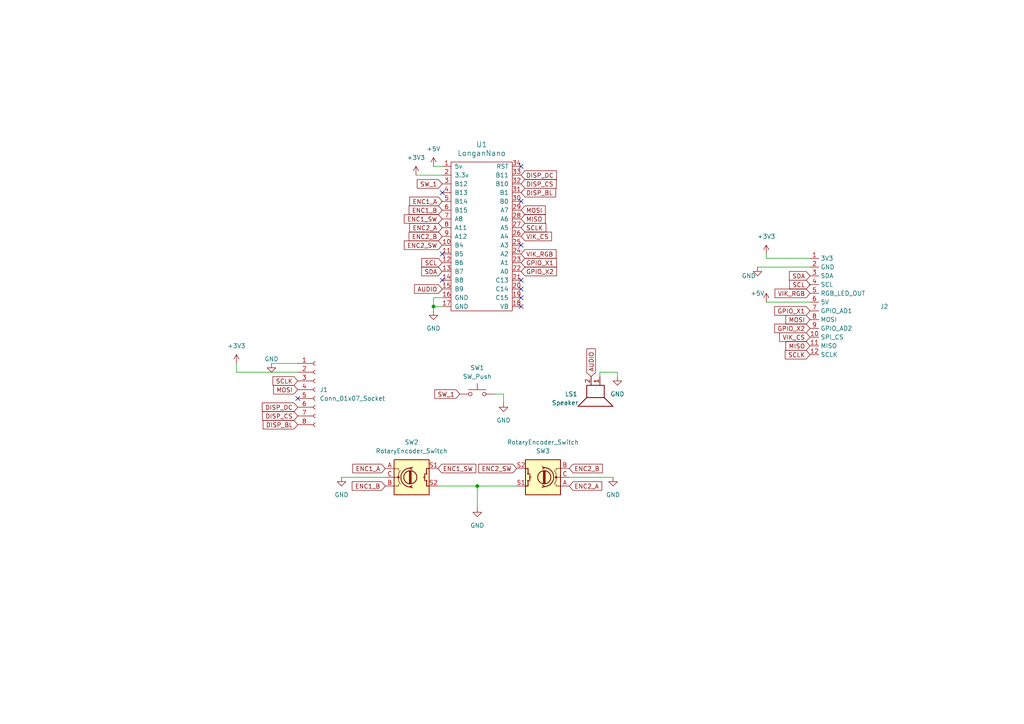
<source format=kicad_sch>
(kicad_sch (version 20230121) (generator eeschema)
  (paper "A4")
  (lib_symbols
    (symbol "Connector:Conn_01x08_Socket" (pin_names (offset 1.016) hide)
      (property "Reference" "J" (at 0 10.16 0))
      (property "Value" "Conn_01x08_Socket" (at 0 -12.7 0))
      (symbol "Conn_01x08_Socket_1_1"
        (arc (start 0 -9.652) (mid -0.5058 -10.16) (end 0 -10.668) (stroke (width 0.1524)))
        (arc (start 0 -7.112) (mid -0.5058 -7.62) (end 0 -8.128) (stroke (width 0.1524)))
        (arc (start 0 -4.572) (mid -0.5058 -5.08) (end 0 -5.588) (stroke (width 0.1524)))
        (arc (start 0 -2.032) (mid -0.5058 -2.54) (end 0 -3.048) (stroke (width 0.1524)))
        (polyline (pts (xy -1.27 -10.16) (xy -0.508 -10.16)) (stroke (width 0.1524)))
        (polyline (pts (xy -1.27 -7.62) (xy -0.508 -7.62)) (stroke (width 0.1524)))
        (polyline (pts (xy -1.27 -5.08) (xy -0.508 -5.08)) (stroke (width 0.1524)))
        (polyline (pts (xy -1.27 -2.54) (xy -0.508 -2.54)) (stroke (width 0.1524)))
        (polyline (pts (xy -1.27 0) (xy -0.508 0)) (stroke (width 0.1524)))
        (polyline (pts (xy -1.27 2.54) (xy -0.508 2.54)) (stroke (width 0.1524)))
        (polyline (pts (xy -1.27 5.08) (xy -0.508 5.08)) (stroke (width 0.1524)))
        (polyline (pts (xy -1.27 7.62) (xy -0.508 7.62)) (stroke (width 0.1524)))
        (arc (start 0 0.508) (mid -0.5058 0) (end 0 -0.508) (stroke (width 0.1524)))
        (arc (start 0 3.048) (mid -0.5058 2.54) (end 0 2.032) (stroke (width 0.1524)))
        (arc (start 0 5.588) (mid -0.5058 5.08) (end 0 4.572) (stroke (width 0.1524)))
        (arc (start 0 8.128) (mid -0.5058 7.62) (end 0 7.112) (stroke (width 0.1524)))
        (pin passive line (at -5.08 7.62 0) (length 3.81) (name "Pin_1") (number "1"))
        (pin passive line (at -5.08 5.08 0) (length 3.81) (name "Pin_2") (number "2"))
        (pin passive line (at -5.08 2.54 0) (length 3.81) (name "Pin_3") (number "3"))
        (pin passive line (at -5.08 0 0) (length 3.81) (name "Pin_4") (number "4"))
        (pin passive line (at -5.08 -2.54 0) (length 3.81) (name "Pin_5") (number "5"))
        (pin passive line (at -5.08 -5.08 0) (length 3.81) (name "Pin_6") (number "6"))
        (pin passive line (at -5.08 -7.62 0) (length 3.81) (name "Pin_7") (number "7"))
        (pin passive line (at -5.08 -10.16 0) (length 3.81) (name "Pin_8") (number "8"))
      )
    )
    (symbol "Device:RotaryEncoder_Switch" (pin_names (offset 0.254) hide)
      (property "Reference" "SW" (at 0 6.604 0))
      (property "Value" "RotaryEncoder_Switch" (at 0 -6.604 0))
      (symbol "RotaryEncoder_Switch_0_1"
        (rectangle (start -5.08 5.08) (end 5.08 -5.08) (stroke (width 0.254)) (fill (type background)))
        (circle (center -3.81 0) (radius 0.254) (fill (type outline)))
        (circle (center -0.381 0) (radius 1.905) (stroke (width 0.254)))
        (arc (start -0.381 2.667) (mid -3.0988 -0.0635) (end -0.381 -2.794) (stroke (width 0.254)))
        (polyline (pts (xy -0.635 -1.778) (xy -0.635 1.778)) (stroke (width 0.254)))
        (polyline (pts (xy -0.381 -1.778) (xy -0.381 1.778)) (stroke (width 0.254)))
        (polyline (pts (xy -0.127 1.778) (xy -0.127 -1.778)) (stroke (width 0.254)))
        (polyline (pts (xy 3.81 0) (xy 3.429 0)) (stroke (width 0.254)))
        (polyline (pts (xy 3.81 1.016) (xy 3.81 -1.016)) (stroke (width 0.254)))
        (polyline (pts (xy -5.08 -2.54) (xy -3.81 -2.54) (xy -3.81 -2.032)))
        (polyline (pts (xy -5.08 2.54) (xy -3.81 2.54) (xy -3.81 2.032)))
        (polyline (pts (xy 0.254 -3.048) (xy -0.508 -2.794) (xy 0.127 -2.413)) (stroke (width 0.254)))
        (polyline (pts (xy 0.254 2.921) (xy -0.508 2.667) (xy 0.127 2.286)) (stroke (width 0.254)))
        (polyline (pts (xy 5.08 -2.54) (xy 4.318 -2.54) (xy 4.318 -1.016)) (stroke (width 0.254)))
        (polyline (pts (xy 5.08 2.54) (xy 4.318 2.54) (xy 4.318 1.016)) (stroke (width 0.254)))
        (polyline (pts (xy -5.08 0) (xy -3.81 0) (xy -3.81 -1.016) (xy -3.302 -2.032)))
        (polyline (pts (xy -4.318 0) (xy -3.81 0) (xy -3.81 1.016) (xy -3.302 2.032)))
        (circle (center 4.318 -1.016) (radius 0.127) (stroke (width 0.254)))
        (circle (center 4.318 1.016) (radius 0.127) (stroke (width 0.254)))
      )
      (symbol "RotaryEncoder_Switch_1_1"
        (pin passive line (at -7.62 2.54 0) (length 2.54) (name "A") (number "A"))
        (pin passive line (at -7.62 -2.54 0) (length 2.54) (name "B") (number "B"))
        (pin passive line (at -7.62 0 0) (length 2.54) (name "C") (number "C"))
        (pin passive line (at 7.62 2.54 180) (length 2.54) (name "S1") (number "S1"))
        (pin passive line (at 7.62 -2.54 180) (length 2.54) (name "S2") (number "S2"))
      )
    )
    (symbol "Device:Speaker" (pin_names (offset 0) hide)
      (property "Reference" "LS" (at 1.27 5.715 0))
      (property "Value" "Speaker" (at 1.27 3.81 0))
      (symbol "Speaker_0_0"
        (rectangle (start -2.54 1.27) (end 1.016 -3.81) (stroke (width 0.254)))
        (polyline (pts (xy 1.016 1.27) (xy 3.556 3.81) (xy 3.556 -6.35) (xy 1.016 -3.81)) (stroke (width 0.254)))
      )
      (symbol "Speaker_1_1"
        (pin input line (at -5.08 0 0) (length 2.54) (name "1") (number "1"))
        (pin input line (at -5.08 -2.54 0) (length 2.54) (name "2") (number "2"))
      )
    )
    (symbol "Switch:SW_Push" (pin_numbers hide) (pin_names (offset 1.016) hide)
      (property "Reference" "SW" (at 1.27 2.54 0))
      (property "Value" "SW_Push" (at 0 -1.524 0))
      (symbol "SW_Push_0_1"
        (circle (center -2.032 0) (radius 0.508))
        (polyline (pts (xy 0 1.27) (xy 0 3.048)))
        (polyline (pts (xy 2.54 1.27) (xy -2.54 1.27)))
        (circle (center 2.032 0) (radius 0.508))
        (pin passive line (at -5.08 0 0) (length 2.54) (name "1") (number "1"))
        (pin passive line (at 5.08 0 180) (length 2.54) (name "2") (number "2"))
      )
    )
    (symbol "power:+3V3" (power) (pin_names (offset 0))
      (property "Value" "+3V3" (at 0 3.556 0))
      (symbol "+3V3_0_1"
        (polyline (pts (xy -0.762 1.27) (xy 0 2.54)))
        (polyline (pts (xy 0 0) (xy 0 2.54)))
        (polyline (pts (xy 0 2.54) (xy 0.762 1.27)))
      )
      (symbol "+3V3_1_1"
        (pin power_in line (at 0 0 90) (length 0) hide (name "+3V3") (number "1"))
      )
    )
    (symbol "power:+5V" (power) (pin_names (offset 0))
      (property "Value" "+5V" (at 0 3.556 0))
      (symbol "+5V_0_1"
        (polyline (pts (xy -0.762 1.27) (xy 0 2.54)))
        (polyline (pts (xy 0 0) (xy 0 2.54)))
        (polyline (pts (xy 0 2.54) (xy 0.762 1.27)))
      )
      (symbol "+5V_1_1"
        (pin power_in line (at 0 0 90) (length 0) hide (name "+5V") (number "1"))
      )
    )
    (symbol "power:GND" (power) (pin_names (offset 0))
      (property "Value" "GND" (at 0 -3.81 0))
      (symbol "GND_0_1"
        (polyline (pts (xy 0 0) (xy 0 -1.27) (xy 1.27 -1.27) (xy 0 -2.54) (xy -1.27 -1.27) (xy 0 -1.27)))
      )
      (symbol "GND_1_1"
        (pin power_in line (at 0 0 270) (length 0) hide (name "GND") (number "1"))
      )
    )
    (symbol "vik:vik-keyboard-connector"
      (property "Reference" "J" (at 0 17.78 0))
      (symbol "vik-keyboard-connector_1_1"
        (pin power_out line (at 0 13.97 0) (length 2.54) (name "3V3") (number "1"))
        (pin output line (at 0 -8.89 0) (length 2.54) (name "SPI_CS") (number "10"))
        (pin output line (at 0 -11.43 0) (length 2.54) (name "MISO") (number "11"))
        (pin output line (at 0 -13.97 0) (length 2.54) (name "SCLK") (number "12"))
        (pin power_out line (at 0 11.43 0) (length 2.54) (name "GND") (number "2"))
        (pin output line (at 0 8.89 0) (length 2.54) (name "SDA") (number "3"))
        (pin output line (at 0 6.35 0) (length 2.54) (name "SCL") (number "4"))
        (pin output line (at 0 3.81 0) (length 2.54) (name "RGB_LED_OUT") (number "5"))
        (pin power_out line (at 0 1.27 0) (length 2.54) (name "5V") (number "6"))
        (pin output line (at 0 -1.27 0) (length 2.54) (name "GPIO_AD1") (number "7"))
        (pin output line (at 0 -3.81 0) (length 2.54) (name "MOSI") (number "8"))
        (pin output line (at 0 -6.35 0) (length 2.54) (name "GPIO_AD2") (number "9"))
      )
    )
    (symbol "ws2812b:Longan_Nano" (pin_names (offset 1.016))
      (property "Reference" "U" (at 0 25.4 0))
      (property "Value" "Longan_Nano" (at 0 -21.59 0))
      (symbol "Longan_Nano_0_1"
        (rectangle (start -8.89 22.86) (end 8.89 -20.32))
      )
      (symbol "Longan_Nano_1_1"
        (pin output line (at -11.43 21.59 0) (length 2.54) (name "5v") (number "1"))
        (pin bidirectional line (at -11.43 -1.27 0) (length 2.54) (name "B4") (number "10"))
        (pin bidirectional line (at -11.43 -3.81 0) (length 2.54) (name "B5") (number "11"))
        (pin bidirectional line (at -11.43 -6.35 0) (length 2.54) (name "B6") (number "12"))
        (pin bidirectional line (at -11.43 -8.89 0) (length 2.54) (name "B7") (number "13"))
        (pin bidirectional line (at -11.43 -11.43 0) (length 2.54) (name "B8") (number "14"))
        (pin bidirectional line (at -11.43 -13.97 0) (length 2.54) (name "B9") (number "15"))
        (pin output line (at -11.43 -16.51 0) (length 2.54) (name "GND") (number "16"))
        (pin output line (at -11.43 -19.05 0) (length 2.54) (name "GND") (number "17"))
        (pin unspecified line (at 11.43 -19.05 180) (length 2.54) (name "VB") (number "18"))
        (pin bidirectional line (at 11.43 -16.51 180) (length 2.54) (name "C15") (number "19"))
        (pin output line (at -11.43 19.05 0) (length 2.54) (name "3.3v") (number "2"))
        (pin bidirectional line (at 11.43 -13.97 180) (length 2.54) (name "C14") (number "20"))
        (pin bidirectional line (at 11.43 -11.43 180) (length 2.54) (name "C13") (number "21"))
        (pin bidirectional line (at 11.43 -8.89 180) (length 2.54) (name "A0") (number "22"))
        (pin bidirectional line (at 11.43 -6.35 180) (length 2.54) (name "A1") (number "23"))
        (pin bidirectional line (at 11.43 -3.81 180) (length 2.54) (name "A2") (number "24"))
        (pin bidirectional line (at 11.43 -1.27 180) (length 2.54) (name "A3") (number "25"))
        (pin bidirectional line (at 11.43 1.27 180) (length 2.54) (name "A4") (number "26"))
        (pin bidirectional line (at 11.43 3.81 180) (length 2.54) (name "A5") (number "27"))
        (pin bidirectional line (at 11.43 6.35 180) (length 2.54) (name "A6") (number "28"))
        (pin bidirectional line (at 11.43 8.89 180) (length 2.54) (name "A7") (number "29"))
        (pin bidirectional line (at -11.43 16.51 0) (length 2.54) (name "B12") (number "3"))
        (pin bidirectional line (at 11.43 11.43 180) (length 2.54) (name "B0") (number "30"))
        (pin bidirectional line (at 11.43 13.97 180) (length 2.54) (name "B1") (number "31"))
        (pin bidirectional line (at 11.43 16.51 180) (length 2.54) (name "B10") (number "32"))
        (pin bidirectional line (at 11.43 19.05 180) (length 2.54) (name "B11") (number "33"))
        (pin bidirectional line (at 11.43 21.59 180) (length 2.54) (name "RST") (number "34"))
        (pin bidirectional line (at -11.43 13.97 0) (length 2.54) (name "B13") (number "4"))
        (pin bidirectional line (at -11.43 11.43 0) (length 2.54) (name "B14") (number "5"))
        (pin bidirectional line (at -11.43 8.89 0) (length 2.54) (name "B15") (number "6"))
        (pin bidirectional line (at -11.43 6.35 0) (length 2.54) (name "A8") (number "7"))
        (pin bidirectional line (at -11.43 3.81 0) (length 2.54) (name "A11") (number "8"))
        (pin bidirectional line (at -11.43 1.27 0) (length 2.54) (name "A12") (number "9"))
      )
    )
  )
  (junction (at 138.43 140.97))
  (junction (at 125.73 88.9))
  (no_connect (at 151.13 71.12))
  (no_connect (at 151.13 83.82))
  (no_connect (at 151.13 48.26))
  (no_connect (at 151.13 81.28))
  (no_connect (at 128.27 81.28))
  (no_connect (at 128.27 73.66))
  (no_connect (at 128.27 55.88))
  (no_connect (at 151.13 86.36))
  (no_connect (at 86.36 115.57))
  (no_connect (at 151.13 88.9))
  (no_connect (at 151.13 58.42))
  (wire (pts (xy 234.95 74.93) (xy 222.25 74.93)))
  (wire (pts (xy 222.25 74.93) (xy 222.25 73.66)))
  (wire (pts (xy 173.99 107.95) (xy 179.07 107.95)))
  (wire (pts (xy 125.73 86.36) (xy 125.73 88.9)))
  (wire (pts (xy 222.25 87.63) (xy 234.95 87.63)))
  (wire (pts (xy 173.99 109.22) (xy 173.99 107.95)))
  (wire (pts (xy 143.51 114.3) (xy 146.05 114.3)))
  (wire (pts (xy 219.71 77.47) (xy 234.95 77.47)))
  (wire (pts (xy 125.73 48.26) (xy 128.27 48.26)))
  (wire (pts (xy 127 140.97) (xy 138.43 140.97)))
  (wire (pts (xy 99.06 138.43) (xy 111.76 138.43)))
  (wire (pts (xy 179.07 107.95) (xy 179.07 109.22)))
  (wire (pts (xy 125.73 88.9) (xy 125.73 90.17)))
  (wire (pts (xy 68.58 105.41) (xy 68.58 107.95)))
  (wire (pts (xy 138.43 140.97) (xy 149.86 140.97)))
  (wire (pts (xy 165.1 138.43) (xy 177.8 138.43)))
  (wire (pts (xy 125.73 88.9) (xy 128.27 88.9)))
  (wire (pts (xy 120.65 50.8) (xy 128.27 50.8)))
  (wire (pts (xy 138.43 147.32) (xy 138.43 140.97)))
  (wire (pts (xy 78.74 105.41) (xy 86.36 105.41)))
  (wire (pts (xy 86.36 107.95) (xy 68.58 107.95)))
  (wire (pts (xy 146.05 114.3) (xy 146.05 116.84)))
  (wire (pts (xy 125.73 86.36) (xy 128.27 86.36)))
  (global_label "GPIO_X2" (shape input) (at 234.95 95.25 180) (property "Intersheetrefs" "${INTERSHEET_REFS}" (effects hide)))
  (global_label "VIK_CS" (shape input) (at 151.13 68.58 0) (property "Intersheetrefs" "${INTERSHEET_REFS}" (effects hide)))
  (global_label "ENC2_SW" (shape input) (at 128.27 71.12 180) (property "Intersheetrefs" "${INTERSHEET_REFS}" (effects hide)))
  (global_label "MOSI" (shape input) (at 234.95 92.71 180) (property "Intersheetrefs" "${INTERSHEET_REFS}" (effects hide)))
  (global_label "SCLK" (shape input) (at 86.36 110.49 180) (property "Intersheetrefs" "${INTERSHEET_REFS}" (effects hide)))
  (global_label "DISP_BL" (shape input) (at 86.36 123.19 180) (property "Intersheetrefs" "${INTERSHEET_REFS}" (effects hide)))
  (global_label "GPIO_X1" (shape input) (at 234.95 90.17 180) (property "Intersheetrefs" "${INTERSHEET_REFS}" (effects hide)))
  (global_label "VIK_RGB" (shape input) (at 234.95 85.09 180) (property "Intersheetrefs" "${INTERSHEET_REFS}" (effects hide)))
  (global_label "ENC1_B" (shape input) (at 111.76 140.97 180) (property "Intersheetrefs" "${INTERSHEET_REFS}" (effects hide)))
  (global_label "VIK_CS" (shape input) (at 234.95 97.79 180) (property "Intersheetrefs" "${INTERSHEET_REFS}" (effects hide)))
  (global_label "ENC1_SW" (shape input) (at 127 135.89 0) (property "Intersheetrefs" "${INTERSHEET_REFS}" (effects hide)))
  (global_label "ENC2_B" (shape input) (at 165.1 135.89 0) (property "Intersheetrefs" "${INTERSHEET_REFS}" (effects hide)))
  (global_label "DISP_CS" (shape input) (at 86.36 120.65 180) (property "Intersheetrefs" "${INTERSHEET_REFS}" (effects hide)))
  (global_label "ENC2_SW" (shape input) (at 149.86 135.89 180) (property "Intersheetrefs" "${INTERSHEET_REFS}" (effects hide)))
  (global_label "ENC1_A" (shape input) (at 128.27 58.42 180) (property "Intersheetrefs" "${INTERSHEET_REFS}" (effects hide)))
  (global_label "ENC2_B" (shape input) (at 128.27 68.58 180) (property "Intersheetrefs" "${INTERSHEET_REFS}" (effects hide)))
  (global_label "GPIO_X2" (shape input) (at 151.13 78.74 0) (property "Intersheetrefs" "${INTERSHEET_REFS}" (effects hide)))
  (global_label "SW_1" (shape input) (at 133.35 114.3 180) (property "Intersheetrefs" "${INTERSHEET_REFS}" (effects hide)))
  (global_label "ENC2_A" (shape input) (at 165.1 140.97 0) (property "Intersheetrefs" "${INTERSHEET_REFS}" (effects hide)))
  (global_label "SCL" (shape input) (at 234.95 82.55 180) (property "Intersheetrefs" "${INTERSHEET_REFS}" (effects hide)))
  (global_label "AUDIO" (shape input) (at 171.45 109.22 90) (property "Intersheetrefs" "${INTERSHEET_REFS}" (effects hide)))
  (global_label "MOSI" (shape input) (at 86.36 113.03 180) (property "Intersheetrefs" "${INTERSHEET_REFS}" (effects hide)))
  (global_label "ENC1_SW" (shape input) (at 128.27 63.5 180) (property "Intersheetrefs" "${INTERSHEET_REFS}" (effects hide)))
  (global_label "DISP_CS" (shape input) (at 151.13 53.34 0) (property "Intersheetrefs" "${INTERSHEET_REFS}" (effects hide)))
  (global_label "ENC2_A" (shape input) (at 128.27 66.04 180) (property "Intersheetrefs" "${INTERSHEET_REFS}" (effects hide)))
  (global_label "SW_1" (shape input) (at 128.27 53.34 180) (property "Intersheetrefs" "${INTERSHEET_REFS}" (effects hide)))
  (global_label "SDA" (shape input) (at 128.27 78.74 180) (property "Intersheetrefs" "${INTERSHEET_REFS}" (effects hide)))
  (global_label "DISP_DC" (shape input) (at 151.13 50.8 0) (property "Intersheetrefs" "${INTERSHEET_REFS}" (effects hide)))
  (global_label "SCLK" (shape input) (at 151.13 66.04 0) (property "Intersheetrefs" "${INTERSHEET_REFS}" (effects hide)))
  (global_label "DISP_DC" (shape input) (at 86.36 118.11 180) (property "Intersheetrefs" "${INTERSHEET_REFS}" (effects hide)))
  (global_label "MISO" (shape input) (at 151.13 63.5 0) (property "Intersheetrefs" "${INTERSHEET_REFS}" (effects hide)))
  (global_label "VIK_RGB" (shape input) (at 151.13 73.66 0) (property "Intersheetrefs" "${INTERSHEET_REFS}" (effects hide)))
  (global_label "DISP_BL" (shape input) (at 151.13 55.88 0) (property "Intersheetrefs" "${INTERSHEET_REFS}" (effects hide)))
  (global_label "MISO" (shape input) (at 234.95 100.33 180) (property "Intersheetrefs" "${INTERSHEET_REFS}" (effects hide)))
  (global_label "ENC1_B" (shape input) (at 128.27 60.96 180) (property "Intersheetrefs" "${INTERSHEET_REFS}" (effects hide)))
  (global_label "AUDIO" (shape input) (at 128.27 83.82 180) (property "Intersheetrefs" "${INTERSHEET_REFS}" (effects hide)))
  (global_label "SDA" (shape input) (at 234.95 80.01 180) (property "Intersheetrefs" "${INTERSHEET_REFS}" (effects hide)))
  (global_label "SCL" (shape input) (at 128.27 76.2 180) (property "Intersheetrefs" "${INTERSHEET_REFS}" (effects hide)))
  (global_label "ENC1_A" (shape input) (at 111.76 135.89 180) (property "Intersheetrefs" "${INTERSHEET_REFS}" (effects hide)))
  (global_label "GPIO_X1" (shape input) (at 151.13 76.2 0) (property "Intersheetrefs" "${INTERSHEET_REFS}" (effects hide)))
  (global_label "MOSI" (shape input) (at 151.13 60.96 0) (property "Intersheetrefs" "${INTERSHEET_REFS}" (effects hide)))
  (global_label "SCLK" (shape input) (at 234.95 102.87 180) (property "Intersheetrefs" "${INTERSHEET_REFS}" (effects hide)))
  (symbol (lib_id "power:+5V") (at 125.73 48.26 0) (unit 1)
    (property "Reference" "#PWR013" (effects hide))
    (property "Value" "+5V" (at 125.73 43.18 0))
  )
  (symbol (lib_id "Device:RotaryEncoder_Switch") (at 157.48 138.43 180) (unit 1)
    (property "Reference" "SW3" (at 157.48 130.81 0))
    (property "Value" "RotaryEncoder_Switch" (at 157.48 128.27 0))
    (property "Footprint" "Keebio-Parts:RotaryEncoder_EC11B-Horizontal-Dual" (effects hide))
  )
  (symbol (lib_id "power:GND") (at 179.07 109.22 0) (unit 1)
    (property "Reference" "#PWR02" (effects hide))
    (property "Value" "GND" (at 179.07 114.3 0))
  )
  (symbol (lib_id "power:GND") (at 146.05 116.84 0) (unit 1)
    (property "Reference" "#PWR01" (effects hide))
    (property "Value" "GND" (at 146.05 121.92 0))
  )
  (symbol (lib_id "power:+5V") (at 222.25 87.63 0) (unit 1)
    (property "Reference" "#PWR08" (effects hide))
    (property "Value" "+5V" (at 219.71 85.09 0))
  )
  (symbol (lib_id "Connector:Conn_01x08_Socket") (at 91.44 113.03 0) (unit 1)
    (property "Reference" "J1" (at 92.71 113.03 0) (effects (justify left)))
    (property "Value" "Conn_01x07_Socket" (at 92.71 115.57 0) (effects (justify left)))
    (property "Footprint" "Connector_PinHeader_2.54mm:PinHeader_1x07_P2.54mm_Horizontal" (effects hide))
  )
  (symbol (lib_id "power:GND") (at 177.8 138.43 0) (unit 1)
    (property "Reference" "#PWR06" (effects hide))
    (property "Value" "GND" (at 177.8 143.51 0))
  )
  (symbol (lib_id "power:GND") (at 99.06 138.43 0) (unit 1)
    (property "Reference" "#PWR05" (effects hide))
    (property "Value" "GND" (at 99.06 143.51 0))
  )
  (symbol (lib_id "Switch:SW_Push") (at 138.43 114.3 0) (unit 1)
    (property "Reference" "SW1" (at 138.43 106.68 0))
    (property "Value" "SW_Push" (at 138.43 109.22 0))
    (property "Footprint" "Keebio-Parts:NovelKeys_Kailh_Big_Series_Switch" (effects hide))
  )
  (symbol (lib_id "Device:Speaker") (at 173.99 114.3 270) (unit 1)
    (property "Reference" "LS1" (at 163.83 114.3 90) (effects (justify left)))
    (property "Value" "Speaker" (at 160.02 116.84 90) (effects (justify left)))
    (property "Footprint" "Keebio-Parts:AST1109MLTRQ" (effects hide))
  )
  (symbol (lib_id "power:GND") (at 219.71 77.47 0) (unit 1)
    (property "Reference" "#PWR09" (effects hide))
    (property "Value" "GND" (at 217.17 80.01 0))
  )
  (symbol (lib_id "power:+3V3") (at 222.25 73.66 0) (unit 1)
    (property "Reference" "#PWR010" (effects hide))
    (property "Value" "+3V3" (at 222.25 68.58 0))
  )
  (symbol (lib_id "Device:RotaryEncoder_Switch") (at 119.38 138.43 0) (unit 1)
    (property "Reference" "SW2" (at 119.38 128.27 0))
    (property "Value" "RotaryEncoder_Switch" (at 119.38 130.81 0))
    (property "Footprint" "Keebio-Parts:RotaryEncoder_EC11B-Horizontal-Dual" (effects hide))
  )
  (symbol (lib_id "power:GND") (at 78.74 105.41 0) (unit 1)
    (property "Reference" "#PWR04" (effects hide))
    (property "Value" "GND" (at 78.74 104.14 0))
  )
  (symbol (lib_id "vik:vik-keyboard-connector") (at 234.95 88.9 0) (unit 1)
    (property "Reference" "J2" (at 255.27 88.9 0) (effects (justify left)))
    (property "Value" "~" (at 234.95 82.55 0))
    (property "Footprint" "vik:vik-keyboard-connector-horizontal" (effects hide))
  )
  (symbol (lib_id "power:GND") (at 125.73 90.17 0) (unit 1)
    (property "Reference" "#PWR011" (effects hide))
    (property "Value" "GND" (at 125.73 95.25 0))
  )
  (symbol (lib_id "ws2812b:Longan_Nano") (at 139.7 69.85 0) (unit 1)
    (property "Reference" "U1" (at 139.7 41.91 0) (effects (font (size 1.524 1.524))))
    (property "Value" "LonganNano" (at 139.7 44.45 0) (effects (font (size 1.524 1.524))))
    (property "Footprint" "prsid:Longan_Nano" (effects hide))
  )
  (symbol (lib_id "power:+3V3") (at 68.58 105.41 0) (unit 1)
    (property "Reference" "#PWR03" (effects hide))
    (property "Value" "+3V3" (at 68.58 100.33 0))
  )
  (symbol (lib_id "power:+3V3") (at 120.65 50.8 0) (unit 1)
    (property "Reference" "#PWR012" (effects hide))
    (property "Value" "+3V3" (at 120.65 45.72 0))
  )
  (symbol (lib_id "power:GND") (at 138.43 147.32 0) (unit 1)
    (property "Reference" "#PWR07" (effects hide))
    (property "Value" "GND" (at 138.43 152.4 0))
  )
)
</source>
